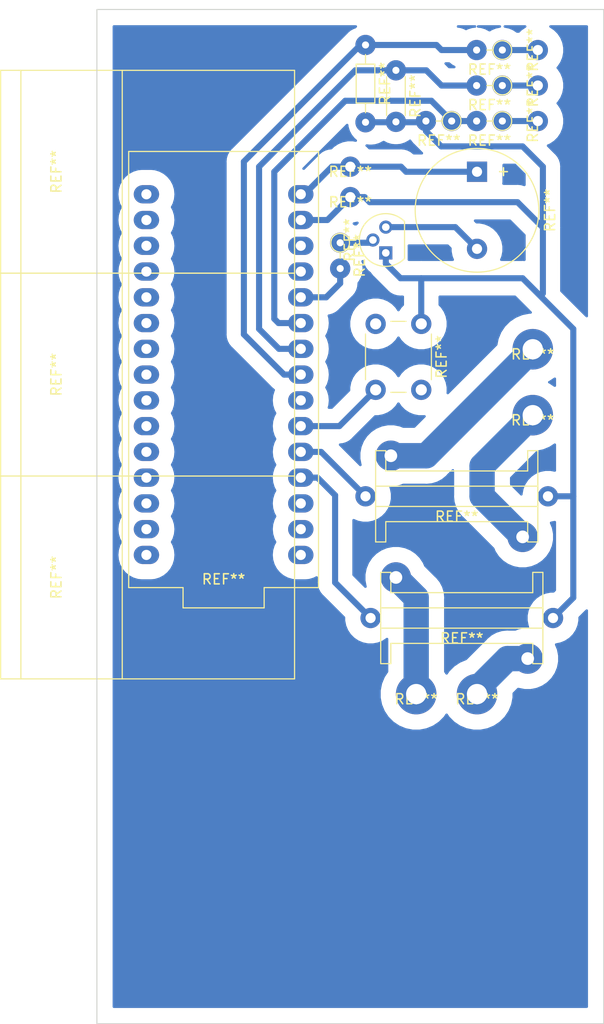
<source format=kicad_pcb>
(kicad_pcb (version 20171130) (host pcbnew 5.1.4)

  (general
    (thickness 1.6)
    (drawings 1)
    (tracks 84)
    (zones 0)
    (modules 25)
    (nets 1)
  )

  (page A4)
  (layers
    (0 F.Cu signal)
    (31 B.Cu signal)
    (32 B.Adhes user)
    (33 F.Adhes user)
    (34 B.Paste user)
    (35 F.Paste user)
    (36 B.SilkS user)
    (37 F.SilkS user hide)
    (38 B.Mask user)
    (39 F.Mask user)
    (40 Dwgs.User user)
    (41 Cmts.User user)
    (42 Eco1.User user)
    (43 Eco2.User user)
    (44 Edge.Cuts user)
    (45 Margin user)
    (46 B.CrtYd user)
    (47 F.CrtYd user)
    (48 B.Fab user)
    (49 F.Fab user)
  )

  (setup
    (last_trace_width 0.25)
    (user_trace_width 0.4)
    (user_trace_width 0.6)
    (user_trace_width 2.5)
    (trace_clearance 0.2)
    (zone_clearance 1.5)
    (zone_45_only no)
    (trace_min 0.2)
    (via_size 0.8)
    (via_drill 0.4)
    (via_min_size 0.4)
    (via_min_drill 0.3)
    (uvia_size 0.3)
    (uvia_drill 0.1)
    (uvias_allowed no)
    (uvia_min_size 0.2)
    (uvia_min_drill 0.1)
    (edge_width 0.1)
    (segment_width 0.2)
    (pcb_text_width 0.3)
    (pcb_text_size 1.5 1.5)
    (mod_edge_width 0.15)
    (mod_text_size 1 1)
    (mod_text_width 0.15)
    (pad_size 2 2)
    (pad_drill 0.7)
    (pad_to_mask_clearance 0)
    (aux_axis_origin 0 0)
    (visible_elements FFFFFF7F)
    (pcbplotparams
      (layerselection 0x010fc_ffffffff)
      (usegerberextensions false)
      (usegerberattributes false)
      (usegerberadvancedattributes false)
      (creategerberjobfile false)
      (excludeedgelayer true)
      (linewidth 0.100000)
      (plotframeref false)
      (viasonmask false)
      (mode 1)
      (useauxorigin false)
      (hpglpennumber 1)
      (hpglpenspeed 20)
      (hpglpendiameter 15.000000)
      (psnegative false)
      (psa4output false)
      (plotreference true)
      (plotvalue true)
      (plotinvisibletext false)
      (padsonsilk false)
      (subtractmaskfromsilk false)
      (outputformat 4)
      (mirror false)
      (drillshape 0)
      (scaleselection 1)
      (outputdirectory ""))
  )

  (net 0 "")

  (net_class Default "Esta es la clase de red por defecto."
    (clearance 0.2)
    (trace_width 0.25)
    (via_dia 0.8)
    (via_drill 0.4)
    (uvia_dia 0.3)
    (uvia_drill 0.1)
  )

  (module Buzzer_Beeper:Buzzer_12x9.5RM7.6 (layer F.Cu) (tedit 5A030281) (tstamp 5D460C58)
    (at 172.5 66 270)
    (descr "Generic Buzzer, D12mm height 9.5mm with RM7.6mm")
    (tags buzzer)
    (fp_text reference REF** (at 3.8 -7.2 90) (layer F.SilkS)
      (effects (font (size 1 1) (thickness 0.15)))
    )
    (fp_text value Buzzer_12x9.5RM7.6 (at 3 2.5 90) (layer F.Fab)
      (effects (font (size 1 1) (thickness 0.15)))
    )
    (fp_circle (center 3.8 0) (end 9.9 0) (layer F.SilkS) (width 0.12))
    (fp_circle (center 3.8 0) (end 4.8 0) (layer F.Fab) (width 0.1))
    (fp_circle (center 3.8 0) (end 9.8 0) (layer F.Fab) (width 0.1))
    (fp_circle (center 3.8 0) (end 10.05 0) (layer F.CrtYd) (width 0.05))
    (fp_text user %R (at 3.8 -4 90) (layer F.Fab)
      (effects (font (size 1 1) (thickness 0.15)))
    )
    (fp_text user + (at -0.01 -2.54 90) (layer F.SilkS)
      (effects (font (size 1 1) (thickness 0.15)))
    )
    (fp_text user + (at -0.01 -2.54 90) (layer F.Fab)
      (effects (font (size 1 1) (thickness 0.15)))
    )
    (pad 2 thru_hole circle (at 7.6 0 270) (size 2 2) (drill 1) (layers *.Cu *.Mask))
    (pad 1 thru_hole rect (at 0 0 270) (size 2 2) (drill 1) (layers *.Cu *.Mask))
    (model ${KISYS3DMOD}/Buzzer_Beeper.3dshapes/Buzzer_12x9.5RM7.6.wrl
      (at (xyz 0 0 0))
      (scale (xyz 1 1 1))
      (rotate (xyz 0 0 0))
    )
  )

  (module Source_Footprints:Bobina_con_reed (layer F.Cu) (tedit 5D45ECA3) (tstamp 5D462614)
    (at 170.5 98)
    (fp_text reference REF** (at 0 2) (layer F.SilkS)
      (effects (font (size 1 1) (thickness 0.15)))
    )
    (fp_text value Bobina_con_reed (at 0 0) (layer F.Fab)
      (effects (font (size 1 1) (thickness 0.15)))
    )
    (fp_line (start -7 -4.5) (end -8 -4.5) (layer F.SilkS) (width 0.12))
    (fp_line (start -7 -2.5) (end -7 -4.5) (layer F.SilkS) (width 0.12))
    (fp_line (start 7 -2.5) (end -7 -2.5) (layer F.SilkS) (width 0.12))
    (fp_line (start 7 -4.5) (end 7 -2.5) (layer F.SilkS) (width 0.12))
    (fp_line (start 8 -4.5) (end 7 -4.5) (layer F.SilkS) (width 0.12))
    (fp_line (start 8 4.5) (end 8 -4.5) (layer F.SilkS) (width 0.12))
    (fp_line (start 7 4.5) (end 8 4.5) (layer F.SilkS) (width 0.12))
    (fp_line (start 7 2.5) (end 7 4.5) (layer F.SilkS) (width 0.12))
    (fp_line (start -7 2.5) (end 7 2.5) (layer F.SilkS) (width 0.12))
    (fp_line (start 8 1) (end -8 1) (layer F.SilkS) (width 0.12))
    (fp_line (start 8 -1) (end 8 1) (layer F.SilkS) (width 0.12))
    (fp_line (start -8 -1) (end 8 -1) (layer F.SilkS) (width 0.12))
    (fp_line (start -7 4.5) (end -7 2.5) (layer F.SilkS) (width 0.12))
    (fp_line (start -8 4.5) (end -7 4.5) (layer F.SilkS) (width 0.12))
    (fp_line (start -8 -4.5) (end -8 4.5) (layer F.SilkS) (width 0.12))
    (pad 4 thru_hole circle (at 6.5 4) (size 3 3) (drill 1.25) (layers *.Cu *.Mask))
    (pad 3 thru_hole circle (at -6.5 -4) (size 3 3) (drill 1.25) (layers *.Cu *.Mask))
    (pad 2 thru_hole circle (at 9 0) (size 2 2) (drill 1) (layers *.Cu *.Mask))
    (pad 1 thru_hole circle (at -9 0) (size 2 2) (drill 1) (layers *.Cu *.Mask))
  )

  (module Button_Switch_THT:SW_PUSH_6mm (layer F.Cu) (tedit 5A02FE31) (tstamp 5D583D97)
    (at 167 81 270)
    (descr https://www.omron.com/ecb/products/pdf/en-b3f.pdf)
    (tags "tact sw push 6mm")
    (fp_text reference REF** (at 3.25 -2 90) (layer F.SilkS)
      (effects (font (size 1 1) (thickness 0.15)))
    )
    (fp_text value SW_PUSH_6mm (at 3.75 6.7 90) (layer F.Fab)
      (effects (font (size 1 1) (thickness 0.15)))
    )
    (fp_circle (center 3.25 2.25) (end 1.25 2.5) (layer F.Fab) (width 0.1))
    (fp_line (start 6.75 3) (end 6.75 1.5) (layer F.SilkS) (width 0.12))
    (fp_line (start 5.5 -1) (end 1 -1) (layer F.SilkS) (width 0.12))
    (fp_line (start -0.25 1.5) (end -0.25 3) (layer F.SilkS) (width 0.12))
    (fp_line (start 1 5.5) (end 5.5 5.5) (layer F.SilkS) (width 0.12))
    (fp_line (start 8 -1.25) (end 8 5.75) (layer F.CrtYd) (width 0.05))
    (fp_line (start 7.75 6) (end -1.25 6) (layer F.CrtYd) (width 0.05))
    (fp_line (start -1.5 5.75) (end -1.5 -1.25) (layer F.CrtYd) (width 0.05))
    (fp_line (start -1.25 -1.5) (end 7.75 -1.5) (layer F.CrtYd) (width 0.05))
    (fp_line (start -1.5 6) (end -1.25 6) (layer F.CrtYd) (width 0.05))
    (fp_line (start -1.5 5.75) (end -1.5 6) (layer F.CrtYd) (width 0.05))
    (fp_line (start -1.5 -1.5) (end -1.25 -1.5) (layer F.CrtYd) (width 0.05))
    (fp_line (start -1.5 -1.25) (end -1.5 -1.5) (layer F.CrtYd) (width 0.05))
    (fp_line (start 8 -1.5) (end 8 -1.25) (layer F.CrtYd) (width 0.05))
    (fp_line (start 7.75 -1.5) (end 8 -1.5) (layer F.CrtYd) (width 0.05))
    (fp_line (start 8 6) (end 8 5.75) (layer F.CrtYd) (width 0.05))
    (fp_line (start 7.75 6) (end 8 6) (layer F.CrtYd) (width 0.05))
    (fp_line (start 0.25 -0.75) (end 3.25 -0.75) (layer F.Fab) (width 0.1))
    (fp_line (start 0.25 5.25) (end 0.25 -0.75) (layer F.Fab) (width 0.1))
    (fp_line (start 6.25 5.25) (end 0.25 5.25) (layer F.Fab) (width 0.1))
    (fp_line (start 6.25 -0.75) (end 6.25 5.25) (layer F.Fab) (width 0.1))
    (fp_line (start 3.25 -0.75) (end 6.25 -0.75) (layer F.Fab) (width 0.1))
    (fp_text user %R (at 3.25 2.25 90) (layer F.Fab)
      (effects (font (size 1 1) (thickness 0.15)))
    )
    (pad 1 thru_hole circle (at 6.5 0) (size 2 2) (drill 1.1) (layers *.Cu *.Mask))
    (pad 2 thru_hole circle (at 6.5 4.5) (size 2 2) (drill 1.1) (layers *.Cu *.Mask))
    (pad 1 thru_hole circle (at 0 0) (size 2 2) (drill 1.1) (layers *.Cu *.Mask))
    (pad 2 thru_hole circle (at 0 4.5) (size 2 2) (drill 1.1) (layers *.Cu *.Mask))
    (model ${KISYS3DMOD}/Button_Switch_THT.3dshapes/SW_PUSH_6mm.wrl
      (at (xyz 0 0 0))
      (scale (xyz 1 1 1))
      (rotate (xyz 0 0 0))
    )
  )

  (module Resistor_THT:R_Axial_DIN0204_L3.6mm_D1.6mm_P7.62mm_Horizontal (layer F.Cu) (tedit 5D5AAEAE) (tstamp 5D57F1BA)
    (at 161.5 53.5 270)
    (descr "Resistor, Axial_DIN0204 series, Axial, Horizontal, pin pitch=7.62mm, 0.167W, length*diameter=3.6*1.6mm^2, http://cdn-reichelt.de/documents/datenblatt/B400/1_4W%23YAG.pdf")
    (tags "Resistor Axial_DIN0204 series Axial Horizontal pin pitch 7.62mm 0.167W length 3.6mm diameter 1.6mm")
    (fp_text reference REF** (at 3.81 -1.92 90) (layer F.SilkS)
      (effects (font (size 1 1) (thickness 0.15)))
    )
    (fp_text value 4K7 (at 4 0 90) (layer F.Fab)
      (effects (font (size 1 1) (thickness 0.15)))
    )
    (fp_line (start 8.57 -1.05) (end -0.95 -1.05) (layer F.CrtYd) (width 0.05))
    (fp_line (start 8.57 1.05) (end 8.57 -1.05) (layer F.CrtYd) (width 0.05))
    (fp_line (start -0.95 1.05) (end 8.57 1.05) (layer F.CrtYd) (width 0.05))
    (fp_line (start -0.95 -1.05) (end -0.95 1.05) (layer F.CrtYd) (width 0.05))
    (fp_line (start 6.68 0) (end 5.73 0) (layer F.SilkS) (width 0.12))
    (fp_line (start 0.94 0) (end 1.89 0) (layer F.SilkS) (width 0.12))
    (fp_line (start 5.73 -0.92) (end 1.89 -0.92) (layer F.SilkS) (width 0.12))
    (fp_line (start 5.73 0.92) (end 5.73 -0.92) (layer F.SilkS) (width 0.12))
    (fp_line (start 1.89 0.92) (end 5.73 0.92) (layer F.SilkS) (width 0.12))
    (fp_line (start 1.89 -0.92) (end 1.89 0.92) (layer F.SilkS) (width 0.12))
    (fp_line (start 7.62 0) (end 5.61 0) (layer F.Fab) (width 0.1))
    (fp_line (start 0 0) (end 2.01 0) (layer F.Fab) (width 0.1))
    (fp_line (start 5.61 -0.8) (end 2.01 -0.8) (layer F.Fab) (width 0.1))
    (fp_line (start 5.61 0.8) (end 5.61 -0.8) (layer F.Fab) (width 0.1))
    (fp_line (start 2.01 0.8) (end 5.61 0.8) (layer F.Fab) (width 0.1))
    (fp_line (start 2.01 -0.8) (end 2.01 0.8) (layer F.Fab) (width 0.1))
    (pad 2 thru_hole circle (at 7.62 0 270) (size 2 2) (drill 0.7) (layers *.Cu *.Mask))
    (pad 1 thru_hole circle (at 0 0 270) (size 2 2) (drill 0.7) (layers *.Cu *.Mask))
    (model ${KISYS3DMOD}/Resistor_THT.3dshapes/R_Axial_DIN0204_L3.6mm_D1.6mm_P7.62mm_Horizontal.wrl
      (at (xyz 0 0 0))
      (scale (xyz 1 1 1))
      (rotate (xyz 0 0 0))
    )
  )

  (module Resistor_THT:R_Axial_DIN0204_L3.6mm_D1.6mm_P5.08mm_Horizontal (layer F.Cu) (tedit 5D5AAE96) (tstamp 5D57F111)
    (at 164.5 56 270)
    (descr "Resistor, Axial_DIN0204 series, Axial, Horizontal, pin pitch=5.08mm, 0.167W, length*diameter=3.6*1.6mm^2, http://cdn-reichelt.de/documents/datenblatt/B400/1_4W%23YAG.pdf")
    (tags "Resistor Axial_DIN0204 series Axial Horizontal pin pitch 5.08mm 0.167W length 3.6mm diameter 1.6mm")
    (fp_text reference REF** (at 2.54 -1.92 90) (layer F.SilkS)
      (effects (font (size 1 1) (thickness 0.15)))
    )
    (fp_text value 4K7 (at 2.5 0 90) (layer F.Fab)
      (effects (font (size 1 1) (thickness 0.15)))
    )
    (fp_line (start 6.03 -1.05) (end -0.95 -1.05) (layer F.CrtYd) (width 0.05))
    (fp_line (start 6.03 1.05) (end 6.03 -1.05) (layer F.CrtYd) (width 0.05))
    (fp_line (start -0.95 1.05) (end 6.03 1.05) (layer F.CrtYd) (width 0.05))
    (fp_line (start -0.95 -1.05) (end -0.95 1.05) (layer F.CrtYd) (width 0.05))
    (fp_line (start 0.62 0.92) (end 4.46 0.92) (layer F.SilkS) (width 0.12))
    (fp_line (start 0.62 -0.92) (end 4.46 -0.92) (layer F.SilkS) (width 0.12))
    (fp_line (start 5.08 0) (end 4.34 0) (layer F.Fab) (width 0.1))
    (fp_line (start 0 0) (end 0.74 0) (layer F.Fab) (width 0.1))
    (fp_line (start 4.34 -0.8) (end 0.74 -0.8) (layer F.Fab) (width 0.1))
    (fp_line (start 4.34 0.8) (end 4.34 -0.8) (layer F.Fab) (width 0.1))
    (fp_line (start 0.74 0.8) (end 4.34 0.8) (layer F.Fab) (width 0.1))
    (fp_line (start 0.74 -0.8) (end 0.74 0.8) (layer F.Fab) (width 0.1))
    (pad 2 thru_hole circle (at 5.08 0 270) (size 2 2) (drill 0.7) (layers *.Cu *.Mask))
    (pad 1 thru_hole circle (at 0 0 270) (size 2 2) (drill 0.7) (layers *.Cu *.Mask))
    (model ${KISYS3DMOD}/Resistor_THT.3dshapes/R_Axial_DIN0204_L3.6mm_D1.6mm_P5.08mm_Horizontal.wrl
      (at (xyz 0 0 0))
      (scale (xyz 1 1 1))
      (rotate (xyz 0 0 0))
    )
  )

  (module Resistor_THT:R_Axial_DIN0204_L3.6mm_D1.6mm_P2.54mm_Vertical (layer F.Cu) (tedit 5AE5139B) (tstamp 5D57F045)
    (at 170 61 180)
    (descr "Resistor, Axial_DIN0204 series, Axial, Vertical, pin pitch=2.54mm, 0.167W, length*diameter=3.6*1.6mm^2, http://cdn-reichelt.de/documents/datenblatt/B400/1_4W%23YAG.pdf")
    (tags "Resistor Axial_DIN0204 series Axial Vertical pin pitch 2.54mm 0.167W length 3.6mm diameter 1.6mm")
    (fp_text reference REF** (at 1.27 -1.92) (layer F.SilkS)
      (effects (font (size 1 1) (thickness 0.15)))
    )
    (fp_text value 4K7 (at 1.27 1.92) (layer F.Fab)
      (effects (font (size 1 1) (thickness 0.15)))
    )
    (fp_line (start 3.49 -1.05) (end -1.05 -1.05) (layer F.CrtYd) (width 0.05))
    (fp_line (start 3.49 1.05) (end 3.49 -1.05) (layer F.CrtYd) (width 0.05))
    (fp_line (start -1.05 1.05) (end 3.49 1.05) (layer F.CrtYd) (width 0.05))
    (fp_line (start -1.05 -1.05) (end -1.05 1.05) (layer F.CrtYd) (width 0.05))
    (fp_line (start 0.92 0) (end 1.54 0) (layer F.SilkS) (width 0.12))
    (fp_line (start 0 0) (end 2.54 0) (layer F.Fab) (width 0.1))
    (fp_circle (center 0 0) (end 0.92 0) (layer F.SilkS) (width 0.12))
    (fp_circle (center 0 0) (end 0.8 0) (layer F.Fab) (width 0.1))
    (pad 2 thru_hole circle (at 2.54 0 180) (size 2 2) (drill 0.7) (layers *.Cu *.Mask))
    (pad 1 thru_hole circle (at 0 0 180) (size 2 2) (drill 0.7) (layers *.Cu *.Mask))
    (model ${KISYS3DMOD}/Resistor_THT.3dshapes/R_Axial_DIN0204_L3.6mm_D1.6mm_P2.54mm_Vertical.wrl
      (at (xyz 0 0 0))
      (scale (xyz 1 1 1))
      (rotate (xyz 0 0 0))
    )
  )

  (module Resistor_THT:R_Axial_DIN0204_L3.6mm_D1.6mm_P2.54mm_Vertical (layer F.Cu) (tedit 5D5AAD83) (tstamp 5D57ED1A)
    (at 175 57.5 180)
    (descr "Resistor, Axial_DIN0204 series, Axial, Vertical, pin pitch=2.54mm, 0.167W, length*diameter=3.6*1.6mm^2, http://cdn-reichelt.de/documents/datenblatt/B400/1_4W%23YAG.pdf")
    (tags "Resistor Axial_DIN0204 series Axial Vertical pin pitch 2.54mm 0.167W length 3.6mm diameter 1.6mm")
    (fp_text reference REF** (at 1.27 -1.92) (layer F.SilkS)
      (effects (font (size 1 1) (thickness 0.15)))
    )
    (fp_text value 10K (at 1.5 1.5) (layer F.Fab)
      (effects (font (size 1 1) (thickness 0.15)))
    )
    (fp_circle (center 0 0) (end 0.8 0) (layer F.Fab) (width 0.1))
    (fp_circle (center 0 0) (end 0.92 0) (layer F.SilkS) (width 0.12))
    (fp_line (start 0 0) (end 2.54 0) (layer F.Fab) (width 0.1))
    (fp_line (start 0.92 0) (end 1.54 0) (layer F.SilkS) (width 0.12))
    (fp_line (start -1.05 -1.05) (end -1.05 1.05) (layer F.CrtYd) (width 0.05))
    (fp_line (start -1.05 1.05) (end 3.49 1.05) (layer F.CrtYd) (width 0.05))
    (fp_line (start 3.49 1.05) (end 3.49 -1.05) (layer F.CrtYd) (width 0.05))
    (fp_line (start 3.49 -1.05) (end -1.05 -1.05) (layer F.CrtYd) (width 0.05))
    (pad 1 thru_hole circle (at 0 0 180) (size 2 2) (drill 0.7) (layers *.Cu *.Mask))
    (pad 2 thru_hole circle (at 2.54 0 180) (size 2 2) (drill 0.7) (layers *.Cu *.Mask))
    (model ${KISYS3DMOD}/Resistor_THT.3dshapes/R_Axial_DIN0204_L3.6mm_D1.6mm_P2.54mm_Vertical.wrl
      (at (xyz 0 0 0))
      (scale (xyz 1 1 1))
      (rotate (xyz 0 0 0))
    )
  )

  (module Resistor_THT:R_Axial_DIN0204_L3.6mm_D1.6mm_P2.54mm_Vertical (layer F.Cu) (tedit 5AE5139B) (tstamp 5D57ED1A)
    (at 175 61 180)
    (descr "Resistor, Axial_DIN0204 series, Axial, Vertical, pin pitch=2.54mm, 0.167W, length*diameter=3.6*1.6mm^2, http://cdn-reichelt.de/documents/datenblatt/B400/1_4W%23YAG.pdf")
    (tags "Resistor Axial_DIN0204 series Axial Vertical pin pitch 2.54mm 0.167W length 3.6mm diameter 1.6mm")
    (fp_text reference REF** (at 1.27 -1.92) (layer F.SilkS)
      (effects (font (size 1 1) (thickness 0.15)))
    )
    (fp_text value 10K (at 1.27 1.92) (layer F.Fab)
      (effects (font (size 1 1) (thickness 0.15)))
    )
    (fp_circle (center 0 0) (end 0.8 0) (layer F.Fab) (width 0.1))
    (fp_circle (center 0 0) (end 0.92 0) (layer F.SilkS) (width 0.12))
    (fp_line (start 0 0) (end 2.54 0) (layer F.Fab) (width 0.1))
    (fp_line (start 0.92 0) (end 1.54 0) (layer F.SilkS) (width 0.12))
    (fp_line (start -1.05 -1.05) (end -1.05 1.05) (layer F.CrtYd) (width 0.05))
    (fp_line (start -1.05 1.05) (end 3.49 1.05) (layer F.CrtYd) (width 0.05))
    (fp_line (start 3.49 1.05) (end 3.49 -1.05) (layer F.CrtYd) (width 0.05))
    (fp_line (start 3.49 -1.05) (end -1.05 -1.05) (layer F.CrtYd) (width 0.05))
    (pad 1 thru_hole circle (at 0 0 180) (size 2 2) (drill 0.7) (layers *.Cu *.Mask))
    (pad 2 thru_hole circle (at 2.54 0 180) (size 2 2) (drill 0.7) (layers *.Cu *.Mask))
    (model ${KISYS3DMOD}/Resistor_THT.3dshapes/R_Axial_DIN0204_L3.6mm_D1.6mm_P2.54mm_Vertical.wrl
      (at (xyz 0 0 0))
      (scale (xyz 1 1 1))
      (rotate (xyz 0 0 0))
    )
  )

  (module Resistor_THT:R_Axial_DIN0204_L3.6mm_D1.6mm_P2.54mm_Vertical (layer F.Cu) (tedit 5D5AAD71) (tstamp 5D57ED1A)
    (at 175 54 180)
    (descr "Resistor, Axial_DIN0204 series, Axial, Vertical, pin pitch=2.54mm, 0.167W, length*diameter=3.6*1.6mm^2, http://cdn-reichelt.de/documents/datenblatt/B400/1_4W%23YAG.pdf")
    (tags "Resistor Axial_DIN0204 series Axial Vertical pin pitch 2.54mm 0.167W length 3.6mm diameter 1.6mm")
    (fp_text reference REF** (at 1.27 -1.92) (layer F.SilkS)
      (effects (font (size 1 1) (thickness 0.15)))
    )
    (fp_text value 10K (at 1.27 1.92) (layer F.Fab)
      (effects (font (size 1 1) (thickness 0.15)))
    )
    (fp_circle (center 0 0) (end 0.8 0) (layer F.Fab) (width 0.1))
    (fp_circle (center 0 0) (end 0.92 0) (layer F.SilkS) (width 0.12))
    (fp_line (start 0 0) (end 2.54 0) (layer F.Fab) (width 0.1))
    (fp_line (start 0.92 0) (end 1.54 0) (layer F.SilkS) (width 0.12))
    (fp_line (start -1.05 -1.05) (end -1.05 1.05) (layer F.CrtYd) (width 0.05))
    (fp_line (start -1.05 1.05) (end 3.49 1.05) (layer F.CrtYd) (width 0.05))
    (fp_line (start 3.49 1.05) (end 3.49 -1.05) (layer F.CrtYd) (width 0.05))
    (fp_line (start 3.49 -1.05) (end -1.05 -1.05) (layer F.CrtYd) (width 0.05))
    (pad 1 thru_hole circle (at 0 0 180) (size 2 2) (drill 0.7) (layers *.Cu *.Mask))
    (pad 2 thru_hole circle (at 2.54 0 180) (size 2 2) (drill 0.7) (layers *.Cu *.Mask))
    (model ${KISYS3DMOD}/Resistor_THT.3dshapes/R_Axial_DIN0204_L3.6mm_D1.6mm_P2.54mm_Vertical.wrl
      (at (xyz 0 0 0))
      (scale (xyz 1 1 1))
      (rotate (xyz 0 0 0))
    )
  )

  (module digikey-footprints:2mm_Pad (layer F.Cu) (tedit 5D462364) (tstamp 5D466B0E)
    (at 178.5 57.5 270)
    (fp_text reference REF** (at 0 0.5 90) (layer F.SilkS)
      (effects (font (size 1 1) (thickness 0.15)))
    )
    (fp_text value Luz_Alta (at 0 2 90) (layer F.Fab)
      (effects (font (size 1 1) (thickness 0.15)))
    )
    (pad 1 thru_hole circle (at 0 0 270) (size 2 2) (drill 1) (layers *.Cu *.Mask))
  )

  (module digikey-footprints:2mm_Pad (layer F.Cu) (tedit 5D462364) (tstamp 5D466B0E)
    (at 160 68.5)
    (fp_text reference REF** (at 0 0.5) (layer F.SilkS)
      (effects (font (size 1 1) (thickness 0.15)))
    )
    (fp_text value v- (at 1.5 -1) (layer F.Fab)
      (effects (font (size 1 1) (thickness 0.15)))
    )
    (pad 1 thru_hole circle (at 0 0) (size 2 2) (drill 1) (layers *.Cu *.Mask))
  )

  (module digikey-footprints:2mm_Pad (layer F.Cu) (tedit 5D462364) (tstamp 5D466B0E)
    (at 160 65.5)
    (fp_text reference REF** (at 0 0.5) (layer F.SilkS)
      (effects (font (size 1 1) (thickness 0.15)))
    )
    (fp_text value v+ (at 1.5 -1) (layer F.Fab)
      (effects (font (size 1 1) (thickness 0.15)))
    )
    (pad 1 thru_hole circle (at 0 0) (size 2 2) (drill 1) (layers *.Cu *.Mask))
  )

  (module digikey-footprints:2mm_Pad (layer F.Cu) (tedit 5D462364) (tstamp 5D466B0E)
    (at 178.5 61 270)
    (fp_text reference REF** (at 0 0.5 90) (layer F.SilkS)
      (effects (font (size 1 1) (thickness 0.15)))
    )
    (fp_text value luz_alta (at 1.5 -2 90) (layer F.Fab)
      (effects (font (size 1 1) (thickness 0.15)))
    )
    (pad 1 thru_hole circle (at 0 0 270) (size 2 2) (drill 1) (layers *.Cu *.Mask))
  )

  (module digikey-footprints:2mm_Pad (layer F.Cu) (tedit 5D462364) (tstamp 5D466B0D)
    (at 178.5 54 270)
    (fp_text reference REF** (at 0 0.5 90) (layer F.SilkS)
      (effects (font (size 1 1) (thickness 0.15)))
    )
    (fp_text value Contacto (at -1.5 -2 90) (layer F.Fab)
      (effects (font (size 1 1) (thickness 0.15)))
    )
    (pad 1 thru_hole circle (at 0 0 270) (size 2 2) (drill 1) (layers *.Cu *.Mask))
  )

  (module Button_Switch_THT:4mm_Pad (layer F.Cu) (tedit 5D462213) (tstamp 5D4666DD)
    (at 166.5 117.5)
    (fp_text reference REF** (at 0 0.5) (layer F.SilkS)
      (effects (font (size 1 1) (thickness 0.15)))
    )
    (fp_text value 4mm_Pad (at 0 -0.5) (layer F.Fab)
      (effects (font (size 1 1) (thickness 0.15)))
    )
    (pad 1 thru_hole circle (at 0 0) (size 4 4) (drill 2) (layers *.Cu *.Mask))
  )

  (module Button_Switch_THT:4mm_Pad (layer F.Cu) (tedit 5D462213) (tstamp 5D4666DD)
    (at 172.5 117.5)
    (fp_text reference REF** (at 0 0.5) (layer F.SilkS)
      (effects (font (size 1 1) (thickness 0.15)))
    )
    (fp_text value 4mm_Pad (at 0 -0.5) (layer F.Fab)
      (effects (font (size 1 1) (thickness 0.15)))
    )
    (pad 1 thru_hole circle (at 0 0) (size 4 4) (drill 2) (layers *.Cu *.Mask))
  )

  (module Button_Switch_THT:4mm_Pad (layer F.Cu) (tedit 5D462213) (tstamp 5D4666DB)
    (at 178 90)
    (fp_text reference REF** (at 0 0.5) (layer F.SilkS)
      (effects (font (size 1 1) (thickness 0.15)))
    )
    (fp_text value 4mm_Pad (at 0 -0.5) (layer F.Fab)
      (effects (font (size 1 1) (thickness 0.15)))
    )
    (pad 1 thru_hole circle (at 0 0) (size 4 4) (drill 2) (layers *.Cu *.Mask))
  )

  (module Button_Switch_THT:4mm_Pad (layer F.Cu) (tedit 5D462213) (tstamp 5D4666CE)
    (at 178 83.5)
    (fp_text reference REF** (at 0 0.5) (layer F.SilkS)
      (effects (font (size 1 1) (thickness 0.15)))
    )
    (fp_text value 4mm_Pad (at 0 -0.5) (layer F.Fab)
      (effects (font (size 1 1) (thickness 0.15)))
    )
    (pad 1 thru_hole circle (at 0 0) (size 4 4) (drill 2) (layers *.Cu *.Mask))
  )

  (module Source_Footprints:Bobina_con_reed (layer F.Cu) (tedit 5D45ECA3) (tstamp 5D4625D1)
    (at 171 110)
    (fp_text reference REF** (at 0 2) (layer F.SilkS)
      (effects (font (size 1 1) (thickness 0.15)))
    )
    (fp_text value Bobina_con_reed (at 0 0) (layer F.Fab)
      (effects (font (size 1 1) (thickness 0.15)))
    )
    (fp_line (start -7 -4.5) (end -8 -4.5) (layer F.SilkS) (width 0.12))
    (fp_line (start -7 -2.5) (end -7 -4.5) (layer F.SilkS) (width 0.12))
    (fp_line (start 7 -2.5) (end -7 -2.5) (layer F.SilkS) (width 0.12))
    (fp_line (start 7 -4.5) (end 7 -2.5) (layer F.SilkS) (width 0.12))
    (fp_line (start 8 -4.5) (end 7 -4.5) (layer F.SilkS) (width 0.12))
    (fp_line (start 8 4.5) (end 8 -4.5) (layer F.SilkS) (width 0.12))
    (fp_line (start 7 4.5) (end 8 4.5) (layer F.SilkS) (width 0.12))
    (fp_line (start 7 2.5) (end 7 4.5) (layer F.SilkS) (width 0.12))
    (fp_line (start -7 2.5) (end 7 2.5) (layer F.SilkS) (width 0.12))
    (fp_line (start 8 1) (end -8 1) (layer F.SilkS) (width 0.12))
    (fp_line (start 8 -1) (end 8 1) (layer F.SilkS) (width 0.12))
    (fp_line (start -8 -1) (end 8 -1) (layer F.SilkS) (width 0.12))
    (fp_line (start -7 4.5) (end -7 2.5) (layer F.SilkS) (width 0.12))
    (fp_line (start -8 4.5) (end -7 4.5) (layer F.SilkS) (width 0.12))
    (fp_line (start -8 -4.5) (end -8 4.5) (layer F.SilkS) (width 0.12))
    (pad 4 thru_hole circle (at 6.5 4) (size 3 3) (drill 1.25) (layers *.Cu *.Mask))
    (pad 3 thru_hole circle (at -6.5 -4) (size 3 3) (drill 1.25) (layers *.Cu *.Mask))
    (pad 2 thru_hole circle (at 9 0) (size 2 2) (drill 1) (layers *.Cu *.Mask))
    (pad 1 thru_hole circle (at -9 0) (size 2 2) (drill 1) (layers *.Cu *.Mask))
  )

  (module digikey-footprints:Blade_Fuse (layer F.Cu) (tedit 5D45EECD) (tstamp 5D462D6F)
    (at 130.5 66 90)
    (fp_text reference REF** (at 0 0.5 90) (layer F.SilkS)
      (effects (font (size 1 1) (thickness 0.15)))
    )
    (fp_text value Blade_Fuse (at 0 -0.5 90) (layer F.Fab)
      (effects (font (size 1 1) (thickness 0.15)))
    )
    (fp_line (start -10 -3) (end 10 -3) (layer F.SilkS) (width 0.12))
    (fp_line (start 10 24) (end 10 7) (layer F.SilkS) (width 0.12))
    (fp_line (start -10 24) (end 10 24) (layer F.SilkS) (width 0.12))
    (fp_line (start -10 7) (end -10 24) (layer F.SilkS) (width 0.12))
    (fp_line (start -10 7) (end -10 -5) (layer F.SilkS) (width 0.12))
    (fp_line (start 10 7) (end -10 7) (layer F.SilkS) (width 0.12))
    (fp_line (start 10 -5) (end 10 7) (layer F.SilkS) (width 0.12))
    (fp_line (start -10 -5) (end 10 -5) (layer F.SilkS) (width 0.12))
  )

  (module digikey-footprints:Blade_Fuse (layer F.Cu) (tedit 5D45EECD) (tstamp 5D462D4D)
    (at 130.5 86 90)
    (fp_text reference REF** (at 0 0.5 90) (layer F.SilkS)
      (effects (font (size 1 1) (thickness 0.15)))
    )
    (fp_text value Blade_Fuse (at 0 -0.5 90) (layer F.Fab)
      (effects (font (size 1 1) (thickness 0.15)))
    )
    (fp_line (start -10 -3) (end 10 -3) (layer F.SilkS) (width 0.12))
    (fp_line (start 10 24) (end 10 7) (layer F.SilkS) (width 0.12))
    (fp_line (start -10 24) (end 10 24) (layer F.SilkS) (width 0.12))
    (fp_line (start -10 7) (end -10 24) (layer F.SilkS) (width 0.12))
    (fp_line (start -10 7) (end -10 -5) (layer F.SilkS) (width 0.12))
    (fp_line (start 10 7) (end -10 7) (layer F.SilkS) (width 0.12))
    (fp_line (start 10 -5) (end 10 7) (layer F.SilkS) (width 0.12))
    (fp_line (start -10 -5) (end 10 -5) (layer F.SilkS) (width 0.12))
  )

  (module digikey-footprints:Blade_Fuse (layer F.Cu) (tedit 5D45EECD) (tstamp 5D462D2B)
    (at 130.5 106 90)
    (fp_text reference REF** (at 0 0.5 90) (layer F.SilkS)
      (effects (font (size 1 1) (thickness 0.15)))
    )
    (fp_text value Blade_Fuse (at 0 -0.5 90) (layer F.Fab)
      (effects (font (size 1 1) (thickness 0.15)))
    )
    (fp_line (start -10 -3) (end 10 -3) (layer F.SilkS) (width 0.12))
    (fp_line (start 10 24) (end 10 7) (layer F.SilkS) (width 0.12))
    (fp_line (start -10 24) (end 10 24) (layer F.SilkS) (width 0.12))
    (fp_line (start -10 7) (end -10 24) (layer F.SilkS) (width 0.12))
    (fp_line (start -10 7) (end -10 -5) (layer F.SilkS) (width 0.12))
    (fp_line (start 10 7) (end -10 7) (layer F.SilkS) (width 0.12))
    (fp_line (start 10 -5) (end 10 7) (layer F.SilkS) (width 0.12))
    (fp_line (start -10 -5) (end 10 -5) (layer F.SilkS) (width 0.12))
  )

  (module Source_Footprints:ARDUINO_NANO (layer F.Cu) (tedit 5D45E78D) (tstamp 5D45AF0B)
    (at 147.5 86 180)
    (fp_text reference REF** (at 0 -20.18 180) (layer F.SilkS)
      (effects (font (size 1 1) (thickness 0.15)))
    )
    (fp_text value ARDUINO_NANO (at 0 0 90) (layer F.Fab)
      (effects (font (size 1 1) (thickness 0.15)))
    )
    (fp_line (start -9.12 -18.93) (end 9.12 -18.93) (layer F.CrtYd) (width 0.05))
    (fp_line (start -9.12 18.93) (end -9.12 -18.93) (layer F.CrtYd) (width 0.05))
    (fp_line (start 9.12 18.93) (end -9.12 18.93) (layer F.CrtYd) (width 0.05))
    (fp_line (start 9.12 -18.93) (end 9.12 18.93) (layer F.CrtYd) (width 0.05))
    (fp_line (start -4 -21) (end -9.364999 -21) (layer F.SilkS) (width 0.12))
    (fp_line (start -4 -21) (end -4 -23) (layer F.SilkS) (width 0.12))
    (fp_line (start 4 -23) (end -4 -23) (layer F.SilkS) (width 0.12))
    (fp_line (start 4 -21) (end 4 -23) (layer F.SilkS) (width 0.12))
    (fp_line (start 9.365 -21) (end 4 -21) (layer F.SilkS) (width 0.12))
    (fp_line (start 9.364999 22) (end 9.365 -21) (layer F.SilkS) (width 0.12))
    (fp_line (start -9.365 22) (end 9.364999 22) (layer F.SilkS) (width 0.12))
    (fp_line (start -9.364999 -21) (end -9.365 22) (layer F.SilkS) (width 0.12))
    (pad 15 thru_hole oval (at -7.615 17.78 90) (size 1.8 2.5) (drill 1) (layers *.Cu *.Mask))
    (pad 16 thru_hole oval (at 7.615 17.78 90) (size 1.8 2.5) (drill 1) (layers *.Cu *.Mask))
    (pad 14 thru_hole oval (at -7.615 15.24 90) (size 1.8 2.5) (drill 1) (layers *.Cu *.Mask))
    (pad 17 thru_hole oval (at 7.615 15.24 90) (size 1.8 2.5) (drill 1) (layers *.Cu *.Mask))
    (pad 13 thru_hole oval (at -7.615 12.7 90) (size 1.8 2.5) (drill 1) (layers *.Cu *.Mask))
    (pad 18 thru_hole oval (at 7.615 12.7 90) (size 1.8 2.5) (drill 1) (layers *.Cu *.Mask))
    (pad 12 thru_hole oval (at -7.615 10.16 90) (size 1.8 2.5) (drill 1) (layers *.Cu *.Mask))
    (pad 19 thru_hole oval (at 7.615 10.16 90) (size 1.8 2.5) (drill 1) (layers *.Cu *.Mask))
    (pad 11 thru_hole oval (at -7.615 7.62 90) (size 1.8 2.5) (drill 1) (layers *.Cu *.Mask))
    (pad 20 thru_hole oval (at 7.615 7.62 90) (size 1.8 2.5) (drill 1) (layers *.Cu *.Mask))
    (pad 10 thru_hole oval (at -7.615 5.08 90) (size 1.8 2.5) (drill 1) (layers *.Cu *.Mask))
    (pad 21 thru_hole oval (at 7.615 5.08 90) (size 1.8 2.5) (drill 1) (layers *.Cu *.Mask))
    (pad 9 thru_hole oval (at -7.615 2.54 90) (size 1.8 2.5) (drill 1) (layers *.Cu *.Mask))
    (pad 22 thru_hole oval (at 7.615 2.54 90) (size 1.8 2.5) (drill 1) (layers *.Cu *.Mask))
    (pad 8 thru_hole oval (at -7.615 0 90) (size 1.8 2.5) (drill 1) (layers *.Cu *.Mask))
    (pad 23 thru_hole oval (at 7.615 0 90) (size 1.8 2.5) (drill 1) (layers *.Cu *.Mask))
    (pad 7 thru_hole oval (at -7.615 -2.54 90) (size 1.8 2.5) (drill 1) (layers *.Cu *.Mask))
    (pad 24 thru_hole oval (at 7.615 -2.54 90) (size 1.8 2.5) (drill 1) (layers *.Cu *.Mask))
    (pad 6 thru_hole oval (at -7.615 -5.08 90) (size 1.8 2.5) (drill 1) (layers *.Cu *.Mask))
    (pad 25 thru_hole oval (at 7.615 -5.08 90) (size 1.8 2.5) (drill 1) (layers *.Cu *.Mask))
    (pad 5 thru_hole oval (at -7.615 -7.62 90) (size 1.8 2.5) (drill 1) (layers *.Cu *.Mask))
    (pad 26 thru_hole oval (at 7.615 -7.62 90) (size 1.8 2.5) (drill 1) (layers *.Cu *.Mask))
    (pad 4 thru_hole oval (at -7.615 -10.16 90) (size 1.8 2.5) (drill 1) (layers *.Cu *.Mask))
    (pad 27 thru_hole oval (at 7.615 -10.16 90) (size 1.8 2.5) (drill 1) (layers *.Cu *.Mask))
    (pad 3 thru_hole oval (at -7.615 -12.7 90) (size 1.8 2.5) (drill 1) (layers *.Cu *.Mask))
    (pad 28 thru_hole oval (at 7.615 -12.7 90) (size 1.8 2.5) (drill 1) (layers *.Cu *.Mask))
    (pad 2 thru_hole oval (at -7.615 -15.24 90) (size 1.8 2.5) (drill 1) (layers *.Cu *.Mask))
    (pad 29 thru_hole oval (at 7.615 -15.24 90) (size 1.8 2.5) (drill 1) (layers *.Cu *.Mask))
    (pad 1 thru_hole oval (at -7.615 -17.78 90) (size 1.8 2.5) (drill 1) (layers *.Cu *.Mask))
    (pad 30 thru_hole oval (at 7.615 -17.78 90) (size 1.8 2.5) (drill 1) (layers *.Cu *.Mask))
  )

  (module Resistor_THT:R_Axial_DIN0204_L3.6mm_D1.6mm_P2.54mm_Vertical (layer F.Cu) (tedit 5AE5139B) (tstamp 5D46101A)
    (at 159 73 270)
    (descr "Resistor, Axial_DIN0204 series, Axial, Vertical, pin pitch=2.54mm, 0.167W, length*diameter=3.6*1.6mm^2, http://cdn-reichelt.de/documents/datenblatt/B400/1_4W%23YAG.pdf")
    (tags "Resistor Axial_DIN0204 series Axial Vertical pin pitch 2.54mm 0.167W length 3.6mm diameter 1.6mm")
    (fp_text reference REF** (at 1.27 -1.92 90) (layer F.SilkS)
      (effects (font (size 1 1) (thickness 0.15)))
    )
    (fp_text value 3K9 (at 1.27 1.92 90) (layer F.Fab)
      (effects (font (size 1 1) (thickness 0.15)))
    )
    (fp_text user %R (at 1.27 -1.92 90) (layer F.Fab)
      (effects (font (size 1 1) (thickness 0.15)))
    )
    (fp_line (start 3.49 -1.05) (end -1.05 -1.05) (layer F.CrtYd) (width 0.05))
    (fp_line (start 3.49 1.05) (end 3.49 -1.05) (layer F.CrtYd) (width 0.05))
    (fp_line (start -1.05 1.05) (end 3.49 1.05) (layer F.CrtYd) (width 0.05))
    (fp_line (start -1.05 -1.05) (end -1.05 1.05) (layer F.CrtYd) (width 0.05))
    (fp_line (start 0.92 0) (end 1.54 0) (layer F.SilkS) (width 0.12))
    (fp_line (start 0 0) (end 2.54 0) (layer F.Fab) (width 0.1))
    (fp_circle (center 0 0) (end 0.92 0) (layer F.SilkS) (width 0.12))
    (fp_circle (center 0 0) (end 0.8 0) (layer F.Fab) (width 0.1))
    (pad 2 thru_hole circle (at 2.54 0 270) (size 2 2) (drill 0.7) (layers *.Cu *.Mask))
    (pad 1 thru_hole circle (at 0 0 270) (size 2 2) (drill 0.7) (layers *.Cu *.Mask))
    (model ${KISYS3DMOD}/Resistor_THT.3dshapes/R_Axial_DIN0204_L3.6mm_D1.6mm_P2.54mm_Vertical.wrl
      (at (xyz 0 0 0))
      (scale (xyz 1 1 1))
      (rotate (xyz 0 0 0))
    )
  )

  (module Package_TO_SOT_THT:TO-92 (layer F.Cu) (tedit 5A279852) (tstamp 5D460A0D)
    (at 163.5 74 90)
    (descr "TO-92 leads molded, narrow, drill 0.75mm (see NXP sot054_po.pdf)")
    (tags "to-92 sc-43 sc-43a sot54 PA33 transistor")
    (fp_text reference REF** (at 1.27 -3.56 90) (layer F.SilkS)
      (effects (font (size 1 1) (thickness 0.15)))
    )
    (fp_text value BC548 (at 1 -3.5 90) (layer F.Fab)
      (effects (font (size 1 1) (thickness 0.15)))
    )
    (fp_arc (start 1.27 0) (end 1.27 -2.6) (angle 135) (layer F.SilkS) (width 0.12))
    (fp_arc (start 1.27 0) (end 1.27 -2.48) (angle -135) (layer F.Fab) (width 0.1))
    (fp_arc (start 1.27 0) (end 1.27 -2.6) (angle -135) (layer F.SilkS) (width 0.12))
    (fp_arc (start 1.27 0) (end 1.27 -2.48) (angle 135) (layer F.Fab) (width 0.1))
    (fp_line (start 4 2.01) (end -1.46 2.01) (layer F.CrtYd) (width 0.05))
    (fp_line (start 4 2.01) (end 4 -2.73) (layer F.CrtYd) (width 0.05))
    (fp_line (start -1.46 -2.73) (end -1.46 2.01) (layer F.CrtYd) (width 0.05))
    (fp_line (start -1.46 -2.73) (end 4 -2.73) (layer F.CrtYd) (width 0.05))
    (fp_line (start -0.5 1.75) (end 3 1.75) (layer F.Fab) (width 0.1))
    (fp_line (start -0.53 1.85) (end 3.07 1.85) (layer F.SilkS) (width 0.12))
    (fp_text user %R (at 1.27 -3.56 90) (layer F.Fab)
      (effects (font (size 1 1) (thickness 0.15)))
    )
    (pad 1 thru_hole rect (at 0 0 180) (size 1.3 1.3) (drill 0.75) (layers *.Cu *.Mask))
    (pad 3 thru_hole circle (at 2.54 0 180) (size 1.3 1.3) (drill 0.75) (layers *.Cu *.Mask))
    (pad 2 thru_hole circle (at 1.27 -1.27 180) (size 1.3 1.3) (drill 0.75) (layers *.Cu *.Mask))
    (model ${KISYS3DMOD}/Package_TO_SOT_THT.3dshapes/TO-92.wrl
      (at (xyz 0 0 0))
      (scale (xyz 1 1 1))
      (rotate (xyz 0 0 0))
    )
  )

  (gr_poly (pts (xy 185 150) (xy 185 50) (xy 135 50) (xy 135 150)) (layer Edge.Cuts) (width 0.1))

  (segment (start 156.465 93.62) (end 156.115 93.62) (width 0.25) (layer B.Cu) (net 0))
  (segment (start 155.465 93.62) (end 155.115 93.62) (width 0.6) (layer B.Cu) (net 0))
  (segment (start 170.36 71.46) (end 172.5 73.6) (width 0.6) (layer B.Cu) (net 0))
  (segment (start 163.5 71.46) (end 170.36 71.46) (width 0.6) (layer B.Cu) (net 0))
  (segment (start 163.5 75.05) (end 164.95 76.5) (width 0.6) (layer B.Cu) (net 0))
  (segment (start 163.5 74) (end 163.5 75.05) (width 0.6) (layer B.Cu) (net 0))
  (segment (start 179 71.5) (end 179 78) (width 0.6) (layer B.Cu) (net 0))
  (segment (start 176.5 69) (end 179 71.5) (width 0.6) (layer B.Cu) (net 0))
  (segment (start 172.46 61) (end 170 61) (width 0.6) (layer B.Cu) (net 0))
  (segment (start 167.34 61.12) (end 167.46 61) (width 0.4) (layer B.Cu) (net 0))
  (segment (start 162 61.12) (end 167.34 61.12) (width 0.6) (layer B.Cu) (net 0))
  (segment (start 167.46 61.989949) (end 168.970051 63.5) (width 0.6) (layer B.Cu) (net 0))
  (segment (start 167.46 61) (end 167.46 61.989949) (width 0.4) (layer B.Cu) (net 0))
  (segment (start 168.970051 63.5) (end 177 63.5) (width 0.6) (layer B.Cu) (net 0))
  (segment (start 179 65.5) (end 179 71.5) (width 0.6) (layer B.Cu) (net 0))
  (segment (start 177 63.5) (end 179 65.5) (width 0.6) (layer B.Cu) (net 0))
  (segment (start 157.74 70.76) (end 155.115 70.76) (width 0.6) (layer B.Cu) (net 0))
  (segment (start 160 68.5) (end 157.74 70.76) (width 0.6) (layer B.Cu) (net 0))
  (segment (start 161.914213 69) (end 176.5 69) (width 0.6) (layer B.Cu) (net 0))
  (segment (start 161.414213 68.5) (end 161.914213 69) (width 0.6) (layer B.Cu) (net 0))
  (segment (start 160 68.5) (end 161.414213 68.5) (width 0.6) (layer B.Cu) (net 0))
  (segment (start 155.465 68.22) (end 155.115 68.22) (width 0.4) (layer B.Cu) (net 0))
  (segment (start 158.185 65.5) (end 155.465 68.22) (width 0.6) (layer B.Cu) (net 0))
  (segment (start 160 65.5) (end 158.185 65.5) (width 0.6) (layer B.Cu) (net 0))
  (segment (start 155.115 80.92) (end 152.92 80.92) (width 0.6) (layer B.Cu) (net 0))
  (segment (start 152.92 80.92) (end 152.5 80.5) (width 0.6) (layer B.Cu) (net 0))
  (segment (start 152.5 80.5) (end 152.5 66) (width 0.6) (layer B.Cu) (net 0))
  (segment (start 152.5 66) (end 159.5 59) (width 0.6) (layer B.Cu) (net 0))
  (segment (start 168 59) (end 170 61) (width 0.6) (layer B.Cu) (net 0))
  (segment (start 159.5 59) (end 168 59) (width 0.6) (layer B.Cu) (net 0))
  (segment (start 152.96 83.46) (end 155.115 83.46) (width 0.6) (layer B.Cu) (net 0))
  (segment (start 151 81.5) (end 152.96 83.46) (width 0.6) (layer B.Cu) (net 0))
  (segment (start 151 65.5) (end 151 81.5) (width 0.6) (layer B.Cu) (net 0))
  (segment (start 164.5 56) (end 160.5 56) (width 0.6) (layer B.Cu) (net 0))
  (segment (start 160.5 56) (end 151 65.5) (width 0.6) (layer B.Cu) (net 0))
  (segment (start 153.465 86) (end 149.5 82.035) (width 0.6) (layer B.Cu) (net 0))
  (segment (start 155.115 86) (end 153.465 86) (width 0.6) (layer B.Cu) (net 0))
  (segment (start 149.5 82.035) (end 149.5 65) (width 0.6) (layer B.Cu) (net 0))
  (segment (start 161 53.5) (end 162 53.5) (width 0.6) (layer B.Cu) (net 0))
  (segment (start 149.5 65) (end 161 53.5) (width 0.6) (layer B.Cu) (net 0))
  (segment (start 175 54) (end 178.5 54) (width 0.6) (layer B.Cu) (net 0))
  (segment (start 175 57.5) (end 178.5 57.5) (width 0.6) (layer B.Cu) (net 0))
  (segment (start 175 61) (end 178.5 61) (width 0.6) (layer B.Cu) (net 0))
  (segment (start 161.96 73) (end 162.23 72.73) (width 0.4) (layer B.Cu) (net 0))
  (segment (start 159 73) (end 161.96 73) (width 0.6) (layer B.Cu) (net 0))
  (segment (start 155.115 78.38) (end 157.62 78.38) (width 0.6) (layer B.Cu) (net 0))
  (segment (start 159 77) (end 159 75.54) (width 0.6) (layer B.Cu) (net 0))
  (segment (start 157.62 78.38) (end 159 77) (width 0.6) (layer B.Cu) (net 0))
  (segment (start 176.5 114) (end 175.5 114) (width 2.5) (layer B.Cu) (net 0))
  (segment (start 175.5 114) (end 172.5 117) (width 2.5) (layer B.Cu) (net 0))
  (segment (start 167.5 94) (end 178 83.5) (width 2.5) (layer B.Cu) (net 0))
  (segment (start 164 94) (end 167.5 94) (width 2.5) (layer B.Cu) (net 0))
  (segment (start 177 102) (end 173 98) (width 2.5) (layer B.Cu) (net 0))
  (segment (start 173 95) (end 178 90) (width 2.5) (layer B.Cu) (net 0))
  (segment (start 173 98) (end 173 95) (width 2.5) (layer B.Cu) (net 0))
  (segment (start 164.5 106) (end 166.5 108) (width 2.5) (layer B.Cu) (net 0))
  (segment (start 166.5 108) (end 166.5 117.5) (width 2.5) (layer B.Cu) (net 0))
  (segment (start 157.12 93.62) (end 161.5 98) (width 0.6) (layer B.Cu) (net 0))
  (segment (start 155.115 93.62) (end 157.12 93.62) (width 0.6) (layer B.Cu) (net 0))
  (segment (start 156.765 96.16) (end 158.5 97.895) (width 0.6) (layer B.Cu) (net 0))
  (segment (start 155.115 96.16) (end 156.765 96.16) (width 0.6) (layer B.Cu) (net 0))
  (segment (start 158.5 106.5) (end 162 110) (width 0.6) (layer B.Cu) (net 0))
  (segment (start 158.5 97.895) (end 158.5 106.5) (width 0.6) (layer B.Cu) (net 0))
  (segment (start 179 78) (end 179 78.5) (width 0.4) (layer B.Cu) (net 0))
  (segment (start 179 78.5) (end 182 81.5) (width 0.6) (layer B.Cu) (net 0))
  (segment (start 182 108) (end 180 110) (width 0.6) (layer B.Cu) (net 0))
  (segment (start 179.5 98) (end 182 98) (width 0.6) (layer B.Cu) (net 0))
  (segment (start 182 81.5) (end 182 98) (width 0.6) (layer B.Cu) (net 0))
  (segment (start 182 98) (end 182 108) (width 0.6) (layer B.Cu) (net 0))
  (segment (start 177 76.5) (end 179 78.5) (width 0.6) (layer B.Cu) (net 0))
  (segment (start 167 81) (end 167 76.5) (width 0.6) (layer B.Cu) (net 0))
  (segment (start 164.95 76.5) (end 167 76.5) (width 0.6) (layer B.Cu) (net 0))
  (segment (start 167 76.5) (end 177 76.5) (width 0.6) (layer B.Cu) (net 0))
  (segment (start 158.92 91.08) (end 162.5 87.5) (width 0.6) (layer B.Cu) (net 0))
  (segment (start 155.115 91.08) (end 158.92 91.08) (width 0.6) (layer B.Cu) (net 0))
  (segment (start 162 53.5) (end 168.5 53.5) (width 0.6) (layer B.Cu) (net 0))
  (segment (start 169 54) (end 172.46 54) (width 0.6) (layer B.Cu) (net 0))
  (segment (start 168.5 53.5) (end 169 54) (width 0.6) (layer B.Cu) (net 0))
  (segment (start 167.5 56) (end 169 57.5) (width 0.6) (layer B.Cu) (net 0))
  (segment (start 164.5 56) (end 167.5 56) (width 0.6) (layer B.Cu) (net 0))
  (segment (start 169 57.5) (end 172.46 57.5) (width 0.6) (layer B.Cu) (net 0))
  (segment (start 165.5 66) (end 172.5 66) (width 0.6) (layer B.Cu) (net 0))
  (segment (start 160 65.5) (end 165 65.5) (width 0.6) (layer B.Cu) (net 0))
  (segment (start 165 65.5) (end 165.5 66) (width 0.6) (layer B.Cu) (net 0))

  (zone (net 0) (net_name "") (layer B.Cu) (tstamp 0) (hatch edge 0.508)
    (connect_pads (clearance 1.5))
    (min_thickness 0.254)
    (fill yes (arc_segments 32) (thermal_gap 0.508) (thermal_bridge_width 0.508))
    (polygon
      (pts
        (xy 135 50) (xy 185 50) (xy 185 150) (xy 135 150)
      )
    )
    (filled_polygon
      (pts
        (xy 160.516624 51.692501) (xy 160.452145 51.75698) (xy 160.297454 51.803905) (xy 159.980062 51.973555) (xy 159.701865 52.201865)
        (xy 159.644649 52.271583) (xy 148.271584 63.644649) (xy 148.201866 63.701865) (xy 148.14465 63.771583) (xy 147.973555 63.980063)
        (xy 147.803905 64.297455) (xy 147.699436 64.641846) (xy 147.66416 65) (xy 147.673001 65.089762) (xy 147.673 81.945248)
        (xy 147.66416 82.035) (xy 147.673 82.124752) (xy 147.673 82.124754) (xy 147.699435 82.393154) (xy 147.803905 82.737545)
        (xy 147.973555 83.054937) (xy 148.201865 83.333135) (xy 148.271588 83.390355) (xy 152.109649 87.228417) (xy 152.166865 87.298135)
        (xy 152.442531 87.524368) (xy 152.41906 87.56828) (xy 152.274564 88.044621) (xy 152.225773 88.54) (xy 152.274564 89.035379)
        (xy 152.41906 89.51172) (xy 152.578494 89.81) (xy 152.41906 90.10828) (xy 152.274564 90.584621) (xy 152.225773 91.08)
        (xy 152.274564 91.575379) (xy 152.41906 92.05172) (xy 152.578494 92.35) (xy 152.41906 92.64828) (xy 152.274564 93.124621)
        (xy 152.225773 93.62) (xy 152.274564 94.115379) (xy 152.41906 94.59172) (xy 152.578494 94.89) (xy 152.41906 95.18828)
        (xy 152.274564 95.664621) (xy 152.225773 96.16) (xy 152.274564 96.655379) (xy 152.41906 97.13172) (xy 152.578494 97.43)
        (xy 152.41906 97.72828) (xy 152.274564 98.204621) (xy 152.225773 98.7) (xy 152.274564 99.195379) (xy 152.41906 99.67172)
        (xy 152.578494 99.97) (xy 152.41906 100.26828) (xy 152.274564 100.744621) (xy 152.225773 101.24) (xy 152.274564 101.735379)
        (xy 152.41906 102.21172) (xy 152.578494 102.51) (xy 152.41906 102.80828) (xy 152.274564 103.284621) (xy 152.225773 103.78)
        (xy 152.274564 104.275379) (xy 152.41906 104.75172) (xy 152.65371 105.190719) (xy 152.969495 105.575505) (xy 153.354281 105.89129)
        (xy 153.79328 106.12594) (xy 154.269621 106.270436) (xy 154.640858 106.307) (xy 155.589142 106.307) (xy 155.960379 106.270436)
        (xy 156.43672 106.12594) (xy 156.673001 105.999645) (xy 156.673001 106.410238) (xy 156.66416 106.5) (xy 156.684043 106.701866)
        (xy 156.699436 106.858155) (xy 156.710217 106.893694) (xy 156.803905 107.202545) (xy 156.973555 107.519937) (xy 156.973556 107.519938)
        (xy 157.201866 107.798135) (xy 157.271584 107.855351) (xy 159.373 109.956768) (xy 159.373 110.258737) (xy 159.473954 110.766268)
        (xy 159.671983 111.244351) (xy 159.959476 111.674615) (xy 160.325385 112.040524) (xy 160.755649 112.328017) (xy 161.233732 112.526046)
        (xy 161.741263 112.627) (xy 162.258737 112.627) (xy 162.766268 112.526046) (xy 163.244351 112.328017) (xy 163.623 112.075012)
        (xy 163.623001 115.277306) (xy 163.285794 115.781971) (xy 163.012383 116.442043) (xy 162.873 117.142772) (xy 162.873 117.857228)
        (xy 163.012383 118.557957) (xy 163.285794 119.218029) (xy 163.682725 119.812078) (xy 164.187922 120.317275) (xy 164.781971 120.714206)
        (xy 165.442043 120.987617) (xy 166.142772 121.127) (xy 166.857228 121.127) (xy 167.557957 120.987617) (xy 168.218029 120.714206)
        (xy 168.812078 120.317275) (xy 169.317275 119.812078) (xy 169.5 119.538611) (xy 169.682725 119.812078) (xy 170.187922 120.317275)
        (xy 170.781971 120.714206) (xy 171.442043 120.987617) (xy 172.142772 121.127) (xy 172.857228 121.127) (xy 173.557957 120.987617)
        (xy 174.218029 120.714206) (xy 174.812078 120.317275) (xy 175.317275 119.812078) (xy 175.714206 119.218029) (xy 175.987617 118.557957)
        (xy 176.127 117.857228) (xy 176.127 117.441692) (xy 176.569484 116.999208) (xy 176.587888 117.006831) (xy 177.192017 117.127)
        (xy 177.807983 117.127) (xy 178.412112 117.006831) (xy 178.98119 116.771111) (xy 179.493346 116.428899) (xy 179.928899 115.993346)
        (xy 180.271111 115.48119) (xy 180.506831 114.912112) (xy 180.627 114.307983) (xy 180.627 113.692017) (xy 180.506831 113.087888)
        (xy 180.311572 112.616491) (xy 180.766268 112.526046) (xy 181.244351 112.328017) (xy 181.674615 112.040524) (xy 182.040524 111.674615)
        (xy 182.328017 111.244351) (xy 182.526046 110.766268) (xy 182.627 110.258737) (xy 182.627 109.956768) (xy 183.228417 109.355351)
        (xy 183.298135 109.298135) (xy 183.323 109.267836) (xy 183.323 148.323) (xy 136.677 148.323) (xy 136.677 68.22)
        (xy 136.995773 68.22) (xy 137.044564 68.715379) (xy 137.18906 69.19172) (xy 137.348494 69.49) (xy 137.18906 69.78828)
        (xy 137.044564 70.264621) (xy 136.995773 70.76) (xy 137.044564 71.255379) (xy 137.18906 71.73172) (xy 137.348494 72.03)
        (xy 137.18906 72.32828) (xy 137.044564 72.804621) (xy 136.995773 73.3) (xy 137.044564 73.795379) (xy 137.18906 74.27172)
        (xy 137.348494 74.57) (xy 137.18906 74.86828) (xy 137.044564 75.344621) (xy 136.995773 75.84) (xy 137.044564 76.335379)
        (xy 137.18906 76.81172) (xy 137.348494 77.11) (xy 137.18906 77.40828) (xy 137.044564 77.884621) (xy 136.995773 78.38)
        (xy 137.044564 78.875379) (xy 137.18906 79.35172) (xy 137.348494 79.65) (xy 137.18906 79.94828) (xy 137.044564 80.424621)
        (xy 136.995773 80.92) (xy 137.044564 81.415379) (xy 137.18906 81.89172) (xy 137.348494 82.19) (xy 137.18906 82.48828)
        (xy 137.044564 82.964621) (xy 136.995773 83.46) (xy 137.044564 83.955379) (xy 137.18906 84.43172) (xy 137.348494 84.73)
        (xy 137.18906 85.02828) (xy 137.044564 85.504621) (xy 136.995773 86) (xy 137.044564 86.495379) (xy 137.18906 86.97172)
        (xy 137.348494 87.27) (xy 137.18906 87.56828) (xy 137.044564 88.044621) (xy 136.995773 88.54) (xy 137.044564 89.035379)
        (xy 137.18906 89.51172) (xy 137.348494 89.81) (xy 137.18906 90.10828) (xy 137.044564 90.584621) (xy 136.995773 91.08)
        (xy 137.044564 91.575379) (xy 137.18906 92.05172) (xy 137.348494 92.35) (xy 137.18906 92.64828) (xy 137.044564 93.124621)
        (xy 136.995773 93.62) (xy 137.044564 94.115379) (xy 137.18906 94.59172) (xy 137.348494 94.89) (xy 137.18906 95.18828)
        (xy 137.044564 95.664621) (xy 136.995773 96.16) (xy 137.044564 96.655379) (xy 137.18906 97.13172) (xy 137.348494 97.43)
        (xy 137.18906 97.72828) (xy 137.044564 98.204621) (xy 136.995773 98.7) (xy 137.044564 99.195379) (xy 137.18906 99.67172)
        (xy 137.348494 99.97) (xy 137.18906 100.26828) (xy 137.044564 100.744621) (xy 136.995773 101.24) (xy 137.044564 101.735379)
        (xy 137.18906 102.21172) (xy 137.348494 102.51) (xy 137.18906 102.80828) (xy 137.044564 103.284621) (xy 136.995773 103.78)
        (xy 137.044564 104.275379) (xy 137.18906 104.75172) (xy 137.42371 105.190719) (xy 137.739495 105.575505) (xy 138.124281 105.89129)
        (xy 138.56328 106.12594) (xy 139.039621 106.270436) (xy 139.410858 106.307) (xy 140.359142 106.307) (xy 140.730379 106.270436)
        (xy 141.20672 106.12594) (xy 141.645719 105.89129) (xy 142.030505 105.575505) (xy 142.34629 105.190719) (xy 142.58094 104.75172)
        (xy 142.725436 104.275379) (xy 142.774227 103.78) (xy 142.725436 103.284621) (xy 142.58094 102.80828) (xy 142.421506 102.51)
        (xy 142.58094 102.21172) (xy 142.725436 101.735379) (xy 142.774227 101.24) (xy 142.725436 100.744621) (xy 142.58094 100.26828)
        (xy 142.421506 99.97) (xy 142.58094 99.67172) (xy 142.725436 99.195379) (xy 142.774227 98.7) (xy 142.725436 98.204621)
        (xy 142.58094 97.72828) (xy 142.421506 97.43) (xy 142.58094 97.13172) (xy 142.725436 96.655379) (xy 142.774227 96.16)
        (xy 142.725436 95.664621) (xy 142.58094 95.18828) (xy 142.421506 94.89) (xy 142.58094 94.59172) (xy 142.725436 94.115379)
        (xy 142.774227 93.62) (xy 142.725436 93.124621) (xy 142.58094 92.64828) (xy 142.421506 92.35) (xy 142.58094 92.05172)
        (xy 142.725436 91.575379) (xy 142.774227 91.08) (xy 142.725436 90.584621) (xy 142.58094 90.10828) (xy 142.421506 89.81)
        (xy 142.58094 89.51172) (xy 142.725436 89.035379) (xy 142.774227 88.54) (xy 142.725436 88.044621) (xy 142.58094 87.56828)
        (xy 142.421506 87.27) (xy 142.58094 86.97172) (xy 142.725436 86.495379) (xy 142.774227 86) (xy 142.725436 85.504621)
        (xy 142.58094 85.02828) (xy 142.421506 84.73) (xy 142.58094 84.43172) (xy 142.725436 83.955379) (xy 142.774227 83.46)
        (xy 142.725436 82.964621) (xy 142.58094 82.48828) (xy 142.421506 82.19) (xy 142.58094 81.89172) (xy 142.725436 81.415379)
        (xy 142.774227 80.92) (xy 142.725436 80.424621) (xy 142.58094 79.94828) (xy 142.421506 79.65) (xy 142.58094 79.35172)
        (xy 142.725436 78.875379) (xy 142.774227 78.38) (xy 142.725436 77.884621) (xy 142.58094 77.40828) (xy 142.421506 77.11)
        (xy 142.58094 76.81172) (xy 142.725436 76.335379) (xy 142.774227 75.84) (xy 142.725436 75.344621) (xy 142.58094 74.86828)
        (xy 142.421506 74.57) (xy 142.58094 74.27172) (xy 142.725436 73.795379) (xy 142.774227 73.3) (xy 142.725436 72.804621)
        (xy 142.58094 72.32828) (xy 142.421506 72.03) (xy 142.58094 71.73172) (xy 142.725436 71.255379) (xy 142.774227 70.76)
        (xy 142.725436 70.264621) (xy 142.58094 69.78828) (xy 142.421506 69.49) (xy 142.58094 69.19172) (xy 142.725436 68.715379)
        (xy 142.774227 68.22) (xy 142.725436 67.724621) (xy 142.58094 67.24828) (xy 142.34629 66.809281) (xy 142.030505 66.424495)
        (xy 141.645719 66.10871) (xy 141.20672 65.87406) (xy 140.730379 65.729564) (xy 140.359142 65.693) (xy 139.410858 65.693)
        (xy 139.039621 65.729564) (xy 138.56328 65.87406) (xy 138.124281 66.10871) (xy 137.739495 66.424495) (xy 137.42371 66.809281)
        (xy 137.18906 67.24828) (xy 137.044564 67.724621) (xy 136.995773 68.22) (xy 136.677 68.22) (xy 136.677 51.677)
        (xy 160.539823 51.677)
      )
    )
    (filled_polygon
      (pts
        (xy 170.123 97.858678) (xy 170.109081 98) (xy 170.123 98.141322) (xy 170.123 98.141332) (xy 170.164628 98.56399)
        (xy 170.329138 99.106306) (xy 170.596288 99.606108) (xy 170.955811 100.044188) (xy 171.065593 100.134284) (xy 174.099058 103.167749)
        (xy 174.228889 103.48119) (xy 174.571101 103.993346) (xy 175.006654 104.428899) (xy 175.51881 104.771111) (xy 176.087888 105.006831)
        (xy 176.692017 105.127) (xy 177.307983 105.127) (xy 177.912112 105.006831) (xy 178.48119 104.771111) (xy 178.993346 104.428899)
        (xy 179.428899 103.993346) (xy 179.771111 103.48119) (xy 180.006831 102.912112) (xy 180.127 102.307983) (xy 180.127 101.692017)
        (xy 180.006831 101.087888) (xy 179.811572 100.616491) (xy 180.173 100.544598) (xy 180.173001 107.243231) (xy 180.043232 107.373)
        (xy 179.741263 107.373) (xy 179.233732 107.473954) (xy 178.755649 107.671983) (xy 178.325385 107.959476) (xy 177.959476 108.325385)
        (xy 177.671983 108.755649) (xy 177.473954 109.233732) (xy 177.373 109.741263) (xy 177.373 110.258737) (xy 177.473954 110.766268)
        (xy 177.518164 110.873) (xy 177.192017 110.873) (xy 176.587888 110.993169) (xy 176.274448 111.123) (xy 175.64133 111.123)
        (xy 175.5 111.10908) (xy 175.35867 111.123) (xy 175.358667 111.123) (xy 174.936009 111.164628) (xy 174.519913 111.290849)
        (xy 174.393692 111.329138) (xy 173.893891 111.596288) (xy 173.455811 111.955811) (xy 173.365716 112.065592) (xy 171.402579 114.028729)
        (xy 170.781971 114.285794) (xy 170.187922 114.682725) (xy 169.682725 115.187922) (xy 169.5 115.461389) (xy 169.377 115.277307)
        (xy 169.377 108.141322) (xy 169.390919 107.999999) (xy 169.377 107.858677) (xy 169.377 107.858667) (xy 169.335372 107.436009)
        (xy 169.170862 106.893693) (xy 168.903712 106.393891) (xy 168.802395 106.270436) (xy 168.634283 106.065591) (xy 168.63428 106.065588)
        (xy 168.544188 105.955811) (xy 168.434412 105.86572) (xy 167.400943 104.832251) (xy 167.271111 104.51881) (xy 166.928899 104.006654)
        (xy 166.493346 103.571101) (xy 165.98119 103.228889) (xy 165.412112 102.993169) (xy 164.807983 102.873) (xy 164.192017 102.873)
        (xy 163.587888 102.993169) (xy 163.01881 103.228889) (xy 162.506654 103.571101) (xy 162.071101 104.006654) (xy 161.728889 104.51881)
        (xy 161.493169 105.087888) (xy 161.373 105.692017) (xy 161.373 106.307983) (xy 161.492496 106.908728) (xy 160.327 105.743233)
        (xy 160.327 100.357572) (xy 160.733732 100.526046) (xy 161.241263 100.627) (xy 161.758737 100.627) (xy 162.266268 100.526046)
        (xy 162.744351 100.328017) (xy 163.174615 100.040524) (xy 163.540524 99.674615) (xy 163.828017 99.244351) (xy 164.026046 98.766268)
        (xy 164.127 98.258737) (xy 164.127 97.741263) (xy 164.026046 97.233732) (xy 163.981836 97.127) (xy 164.307983 97.127)
        (xy 164.912112 97.006831) (xy 165.225552 96.877) (xy 167.358678 96.877) (xy 167.5 96.890919) (xy 167.641322 96.877)
        (xy 167.641333 96.877) (xy 168.063991 96.835372) (xy 168.606307 96.670862) (xy 169.106109 96.403712) (xy 169.544189 96.044189)
        (xy 169.634288 95.934403) (xy 170.123 95.445691)
      )
    )
    (filled_polygon
      (pts
        (xy 180.173001 95.455402) (xy 179.758737 95.373) (xy 179.241263 95.373) (xy 178.733732 95.473954) (xy 178.255649 95.671983)
        (xy 177.825385 95.959476) (xy 177.459476 96.325385) (xy 177.171983 96.755649) (xy 176.973954 97.233732) (xy 176.873 97.741263)
        (xy 176.873 97.804309) (xy 175.877 96.808309) (xy 175.877 96.191691) (xy 178.462664 93.606028) (xy 179.057957 93.487617)
        (xy 179.718029 93.214206) (xy 180.173001 92.910204)
      )
    )
    (filled_polygon
      (pts
        (xy 164.959476 89.174615) (xy 165.325385 89.540524) (xy 165.755649 89.828017) (xy 166.233732 90.026046) (xy 166.741263 90.127)
        (xy 167.258737 90.127) (xy 167.315624 90.115684) (xy 166.308309 91.123) (xy 165.225552 91.123) (xy 164.912112 90.993169)
        (xy 164.307983 90.873) (xy 163.692017 90.873) (xy 163.087888 90.993169) (xy 162.51881 91.228889) (xy 162.006654 91.571101)
        (xy 161.571101 92.006654) (xy 161.228889 92.51881) (xy 160.993169 93.087888) (xy 160.873 93.692017) (xy 160.873 94.307983)
        (xy 160.992496 94.908728) (xy 158.992469 92.908702) (xy 159.009752 92.907) (xy 159.009755 92.907) (xy 159.278155 92.880565)
        (xy 159.622546 92.776095) (xy 159.939938 92.606445) (xy 160.218135 92.378135) (xy 160.275355 92.308412) (xy 162.456768 90.127)
        (xy 162.758737 90.127) (xy 163.266268 90.026046) (xy 163.744351 89.828017) (xy 164.174615 89.540524) (xy 164.540524 89.174615)
        (xy 164.75 88.861112)
      )
    )
    (filled_polygon
      (pts
        (xy 161.339575 75.275638) (xy 161.490654 75.558286) (xy 161.693971 75.806029) (xy 161.940742 76.008548) (xy 161.973555 76.069937)
        (xy 162.032568 76.141845) (xy 162.201866 76.348135) (xy 162.271583 76.405351) (xy 163.594649 77.728417) (xy 163.651865 77.798135)
        (xy 163.930062 78.026445) (xy 164.247454 78.196095) (xy 164.591845 78.300565) (xy 164.860245 78.327) (xy 164.860248 78.327)
        (xy 164.95 78.33584) (xy 165.039752 78.327) (xy 165.173001 78.327) (xy 165.173 79.111861) (xy 164.959476 79.325385)
        (xy 164.75 79.638888) (xy 164.540524 79.325385) (xy 164.174615 78.959476) (xy 163.744351 78.671983) (xy 163.266268 78.473954)
        (xy 162.758737 78.373) (xy 162.241263 78.373) (xy 161.733732 78.473954) (xy 161.255649 78.671983) (xy 160.825385 78.959476)
        (xy 160.459476 79.325385) (xy 160.171983 79.755649) (xy 159.973954 80.233732) (xy 159.873 80.741263) (xy 159.873 81.258737)
        (xy 159.973954 81.766268) (xy 160.171983 82.244351) (xy 160.459476 82.674615) (xy 160.825385 83.040524) (xy 161.255649 83.328017)
        (xy 161.733732 83.526046) (xy 162.241263 83.627) (xy 162.758737 83.627) (xy 163.266268 83.526046) (xy 163.744351 83.328017)
        (xy 164.174615 83.040524) (xy 164.540524 82.674615) (xy 164.75 82.361112) (xy 164.959476 82.674615) (xy 165.325385 83.040524)
        (xy 165.755649 83.328017) (xy 166.233732 83.526046) (xy 166.741263 83.627) (xy 167.258737 83.627) (xy 167.766268 83.526046)
        (xy 168.244351 83.328017) (xy 168.674615 83.040524) (xy 169.040524 82.674615) (xy 169.328017 82.244351) (xy 169.526046 81.766268)
        (xy 169.627 81.258737) (xy 169.627 80.741263) (xy 169.526046 80.233732) (xy 169.328017 79.755649) (xy 169.040524 79.325385)
        (xy 168.827 79.111861) (xy 168.827 78.327) (xy 176.243233 78.327) (xy 177.644649 79.728417) (xy 177.701865 79.798135)
        (xy 177.771582 79.85535) (xy 177.771587 79.855354) (xy 177.789233 79.873) (xy 177.642772 79.873) (xy 176.942043 80.012383)
        (xy 176.281971 80.285794) (xy 175.687922 80.682725) (xy 175.182725 81.187922) (xy 174.785794 81.781971) (xy 174.512383 82.442043)
        (xy 174.393972 83.037336) (xy 169.615684 87.815624) (xy 169.627 87.758737) (xy 169.627 87.241263) (xy 169.526046 86.733732)
        (xy 169.328017 86.255649) (xy 169.040524 85.825385) (xy 168.674615 85.459476) (xy 168.244351 85.171983) (xy 167.766268 84.973954)
        (xy 167.258737 84.873) (xy 166.741263 84.873) (xy 166.233732 84.973954) (xy 165.755649 85.171983) (xy 165.325385 85.459476)
        (xy 164.959476 85.825385) (xy 164.75 86.138888) (xy 164.540524 85.825385) (xy 164.174615 85.459476) (xy 163.744351 85.171983)
        (xy 163.266268 84.973954) (xy 162.758737 84.873) (xy 162.241263 84.873) (xy 161.733732 84.973954) (xy 161.255649 85.171983)
        (xy 160.825385 85.459476) (xy 160.459476 85.825385) (xy 160.171983 86.255649) (xy 159.973954 86.733732) (xy 159.873 87.241263)
        (xy 159.873 87.543232) (xy 158.163233 89.253) (xy 157.889422 89.253) (xy 157.955436 89.035379) (xy 158.004227 88.54)
        (xy 157.955436 88.044621) (xy 157.81094 87.56828) (xy 157.651506 87.27) (xy 157.81094 86.97172) (xy 157.955436 86.495379)
        (xy 158.004227 86) (xy 157.955436 85.504621) (xy 157.81094 85.02828) (xy 157.651506 84.73) (xy 157.81094 84.43172)
        (xy 157.955436 83.955379) (xy 158.004227 83.46) (xy 157.955436 82.964621) (xy 157.81094 82.48828) (xy 157.651506 82.19)
        (xy 157.81094 81.89172) (xy 157.955436 81.415379) (xy 158.004227 80.92) (xy 157.955436 80.424621) (xy 157.884209 80.189818)
        (xy 157.978155 80.180565) (xy 158.322546 80.076095) (xy 158.639938 79.906445) (xy 158.918135 79.678135) (xy 158.975355 79.608412)
        (xy 160.228418 78.35535) (xy 160.298135 78.298135) (xy 160.526445 78.019938) (xy 160.696095 77.702546) (xy 160.800565 77.358155)
        (xy 160.827 77.089755) (xy 160.827 77.089752) (xy 160.83584 77) (xy 160.833298 76.974191) (xy 160.944191 76.839067)
        (xy 161.16027 76.434813) (xy 161.29333 75.996172) (xy 161.338259 75.54) (xy 161.29907 75.142112)
      )
    )
    (filled_polygon
      (pts
        (xy 180.173 87.089796) (xy 179.718029 86.785794) (xy 179.631615 86.75) (xy 179.718029 86.714206) (xy 180.173 86.410204)
      )
    )
    (filled_polygon
      (pts
        (xy 183.323001 80.232164) (xy 183.298135 80.201865) (xy 183.228418 80.14465) (xy 180.827 77.743233) (xy 180.827 71.589752)
        (xy 180.83584 71.5) (xy 180.827 71.410245) (xy 180.827 65.589751) (xy 180.83584 65.499999) (xy 180.827 65.410245)
        (xy 180.800565 65.141845) (xy 180.696095 64.797454) (xy 180.526445 64.480062) (xy 180.298135 64.201865) (xy 180.228418 64.14465)
        (xy 179.509191 63.425424) (xy 179.744351 63.328017) (xy 180.174615 63.040524) (xy 180.540524 62.674615) (xy 180.828017 62.244351)
        (xy 181.026046 61.766268) (xy 181.127 61.258737) (xy 181.127 60.741263) (xy 181.026046 60.233732) (xy 180.828017 59.755649)
        (xy 180.540524 59.325385) (xy 180.465139 59.25) (xy 180.540524 59.174615) (xy 180.828017 58.744351) (xy 181.026046 58.266268)
        (xy 181.127 57.758737) (xy 181.127 57.241263) (xy 181.026046 56.733732) (xy 180.828017 56.255649) (xy 180.540524 55.825385)
        (xy 180.465139 55.75) (xy 180.540524 55.674615) (xy 180.828017 55.244351) (xy 181.026046 54.766268) (xy 181.127 54.258737)
        (xy 181.127 53.741263) (xy 181.026046 53.233732) (xy 180.828017 52.755649) (xy 180.540524 52.325385) (xy 180.174615 51.959476)
        (xy 179.751859 51.677) (xy 183.323001 51.677)
      )
    )
    (filled_polygon
      (pts
        (xy 161.240801 74.910664) (xy 161.215422 74.827) (xy 161.232561 74.827)
      )
    )
    (filled_polygon
      (pts
        (xy 177.173 72.256768) (xy 177.173 74.681199) (xy 177.089755 74.673) (xy 177.089752 74.673) (xy 177 74.66416)
        (xy 176.910248 74.673) (xy 174.898993 74.673) (xy 175.026046 74.366268) (xy 175.127 73.858737) (xy 175.127 73.341263)
        (xy 175.026046 72.833732) (xy 174.828017 72.355649) (xy 174.540524 71.925385) (xy 174.174615 71.559476) (xy 173.744351 71.271983)
        (xy 173.266268 71.073954) (xy 172.758737 70.973) (xy 172.456767 70.973) (xy 172.310767 70.827) (xy 175.743233 70.827)
      )
    )
    (filled_polygon
      (pts
        (xy 169.873 73.556767) (xy 169.873 73.858737) (xy 169.973954 74.366268) (xy 170.101007 74.673) (xy 167.089755 74.673)
        (xy 167 74.66416) (xy 166.910246 74.673) (xy 165.782607 74.673) (xy 165.784872 74.65) (xy 165.784872 73.35)
        (xy 165.778667 73.287) (xy 169.603233 73.287)
      )
    )
    (filled_polygon
      (pts
        (xy 160.566836 71.173) (xy 160.454191 71.173) (xy 160.356302 71.107593) (xy 160.70076 71.039076)
      )
    )
    (filled_polygon
      (pts
        (xy 177.173 66.256768) (xy 177.173 67.294942) (xy 176.858155 67.199435) (xy 176.589755 67.173) (xy 176.589752 67.173)
        (xy 176.5 67.16416) (xy 176.410248 67.173) (xy 175.117833 67.173) (xy 175.134872 67) (xy 175.134872 65.327)
        (xy 176.243233 65.327)
      )
    )
    (filled_polygon
      (pts
        (xy 159.70667 61.576172) (xy 159.83973 62.014813) (xy 160.055809 62.419067) (xy 160.346601 62.773399) (xy 160.534901 62.927932)
        (xy 160.258737 62.873) (xy 159.741263 62.873) (xy 159.233732 62.973954) (xy 158.755649 63.171983) (xy 158.325385 63.459476)
        (xy 158.113676 63.671185) (xy 158.095248 63.673) (xy 158.095245 63.673) (xy 157.826845 63.699435) (xy 157.482454 63.803905)
        (xy 157.165062 63.973555) (xy 156.886865 64.201865) (xy 156.82965 64.271582) (xy 155.408233 65.693) (xy 155.390767 65.693)
        (xy 159.688821 61.394947)
      )
    )
    (filled_polygon
      (pts
        (xy 165.933555 63.009886) (xy 166.089114 63.199435) (xy 166.161866 63.288084) (xy 166.231584 63.3453) (xy 167.059283 64.173)
        (xy 166.262963 64.173) (xy 166.019938 63.973555) (xy 165.702546 63.803905) (xy 165.358155 63.699435) (xy 165.089755 63.673)
        (xy 165.089752 63.673) (xy 165 63.66416) (xy 164.910248 63.673) (xy 161.888139 63.673) (xy 161.674615 63.459476)
        (xy 161.616224 63.42046) (xy 161.885685 63.447) (xy 162.114315 63.447) (xy 162.456172 63.41333) (xy 162.894813 63.28027)
        (xy 163.287417 63.070418) (xy 163.605187 63.24027) (xy 164.043828 63.37333) (xy 164.385685 63.407) (xy 164.614315 63.407)
        (xy 164.956172 63.37333) (xy 165.394813 63.24027) (xy 165.799067 63.024191) (xy 165.893125 62.947) (xy 165.899942 62.947)
      )
    )
    (filled_polygon
      (pts
        (xy 169.980062 55.526445) (xy 170.254246 55.673) (xy 169.756768 55.673) (xy 169.410767 55.327) (xy 169.737037 55.327)
      )
    )
    (filled_polygon
      (pts
        (xy 176.825385 51.959476) (xy 176.611861 52.173) (xy 176.454191 52.173) (xy 176.102248 51.93784) (xy 175.678761 51.762426)
        (xy 175.249298 51.677) (xy 177.248141 51.677)
      )
    )
    (filled_polygon
      (pts
        (xy 174.321239 51.762426) (xy 173.897752 51.93784) (xy 173.738028 52.044564) (xy 173.354813 51.83973) (xy 172.916172 51.70667)
        (xy 172.614928 51.677) (xy 174.750702 51.677)
      )
    )
    (filled_polygon
      (pts
        (xy 172.003828 51.70667) (xy 171.565187 51.83973) (xy 171.417378 51.918736) (xy 171.202546 51.803905) (xy 170.858155 51.699435)
        (xy 170.630368 51.677) (xy 172.305072 51.677)
      )
    )
  )
)

</source>
